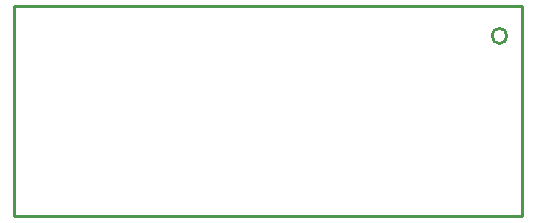
<source format=gm1>
G04 Layer_Color=16711935*
%FSLAX25Y25*%
%MOIN*%
G70*
G01*
G75*
%ADD32C,0.01000*%
D32*
X179587Y69079D02*
G03*
X179587Y69079I-2500J0D01*
G01*
X184646Y9000D02*
Y79000D01*
X15354Y9000D02*
X184646D01*
X15354Y79000D02*
X184646D01*
X15354Y9000D02*
Y79000D01*
M02*

</source>
